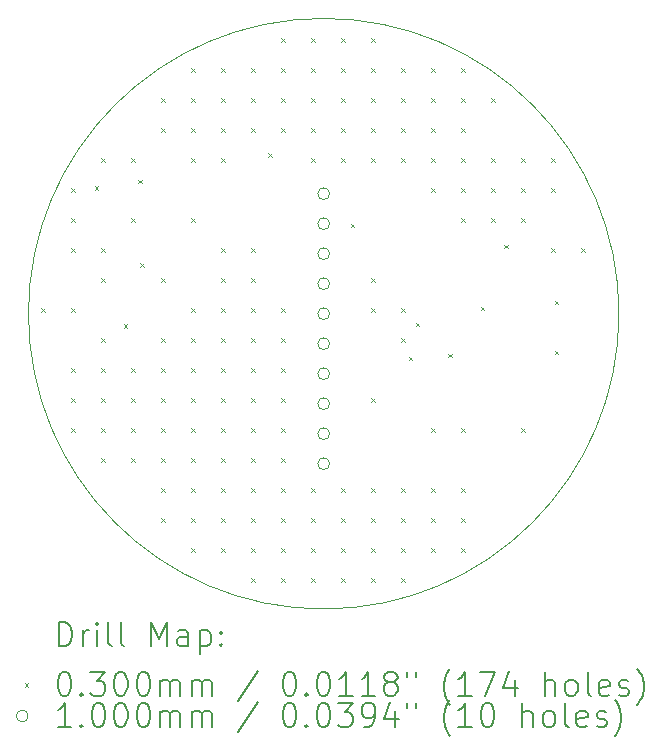
<source format=gbr>
%TF.GenerationSoftware,KiCad,Pcbnew,8.0.1*%
%TF.CreationDate,2024-06-09T19:36:17+05:00*%
%TF.ProjectId,bno85,626e6f38-352e-46b6-9963-61645f706362,rev?*%
%TF.SameCoordinates,Original*%
%TF.FileFunction,Drillmap*%
%TF.FilePolarity,Positive*%
%FSLAX45Y45*%
G04 Gerber Fmt 4.5, Leading zero omitted, Abs format (unit mm)*
G04 Created by KiCad (PCBNEW 8.0.1) date 2024-06-09 19:36:17*
%MOMM*%
%LPD*%
G01*
G04 APERTURE LIST*
%ADD10C,0.050000*%
%ADD11C,0.200000*%
%ADD12C,0.100000*%
G04 APERTURE END LIST*
D10*
X23205000Y-9670000D02*
G75*
G02*
X18205000Y-9670000I-2500000J0D01*
G01*
X18205000Y-9670000D02*
G75*
G02*
X23205000Y-9670000I2500000J0D01*
G01*
D11*
D12*
X18314000Y-9625000D02*
X18344000Y-9655000D01*
X18344000Y-9625000D02*
X18314000Y-9655000D01*
X18568000Y-8609000D02*
X18598000Y-8639000D01*
X18598000Y-8609000D02*
X18568000Y-8639000D01*
X18568000Y-8863000D02*
X18598000Y-8893000D01*
X18598000Y-8863000D02*
X18568000Y-8893000D01*
X18568000Y-9117000D02*
X18598000Y-9147000D01*
X18598000Y-9117000D02*
X18568000Y-9147000D01*
X18568000Y-9625000D02*
X18598000Y-9655000D01*
X18598000Y-9625000D02*
X18568000Y-9655000D01*
X18568000Y-10133000D02*
X18598000Y-10163000D01*
X18598000Y-10133000D02*
X18568000Y-10163000D01*
X18568000Y-10387000D02*
X18598000Y-10417000D01*
X18598000Y-10387000D02*
X18568000Y-10417000D01*
X18568000Y-10641000D02*
X18598000Y-10671000D01*
X18598000Y-10641000D02*
X18568000Y-10671000D01*
X18765000Y-8592500D02*
X18795000Y-8622500D01*
X18795000Y-8592500D02*
X18765000Y-8622500D01*
X18822000Y-8355000D02*
X18852000Y-8385000D01*
X18852000Y-8355000D02*
X18822000Y-8385000D01*
X18822000Y-9117000D02*
X18852000Y-9147000D01*
X18852000Y-9117000D02*
X18822000Y-9147000D01*
X18822000Y-9371000D02*
X18852000Y-9401000D01*
X18852000Y-9371000D02*
X18822000Y-9401000D01*
X18822000Y-9879000D02*
X18852000Y-9909000D01*
X18852000Y-9879000D02*
X18822000Y-9909000D01*
X18822000Y-10133000D02*
X18852000Y-10163000D01*
X18852000Y-10133000D02*
X18822000Y-10163000D01*
X18822000Y-10387000D02*
X18852000Y-10417000D01*
X18852000Y-10387000D02*
X18822000Y-10417000D01*
X18822000Y-10641000D02*
X18852000Y-10671000D01*
X18852000Y-10641000D02*
X18822000Y-10671000D01*
X18822000Y-10895000D02*
X18852000Y-10925000D01*
X18852000Y-10895000D02*
X18822000Y-10925000D01*
X19010000Y-9760000D02*
X19040000Y-9790000D01*
X19040000Y-9760000D02*
X19010000Y-9790000D01*
X19076000Y-8355000D02*
X19106000Y-8385000D01*
X19106000Y-8355000D02*
X19076000Y-8385000D01*
X19076000Y-8863000D02*
X19106000Y-8893000D01*
X19106000Y-8863000D02*
X19076000Y-8893000D01*
X19076000Y-10133000D02*
X19106000Y-10163000D01*
X19106000Y-10133000D02*
X19076000Y-10163000D01*
X19076000Y-10387000D02*
X19106000Y-10417000D01*
X19106000Y-10387000D02*
X19076000Y-10417000D01*
X19076000Y-10641000D02*
X19106000Y-10671000D01*
X19106000Y-10641000D02*
X19076000Y-10671000D01*
X19076000Y-10895000D02*
X19106000Y-10925000D01*
X19106000Y-10895000D02*
X19076000Y-10925000D01*
X19135000Y-8535000D02*
X19165000Y-8565000D01*
X19165000Y-8535000D02*
X19135000Y-8565000D01*
X19150000Y-9245000D02*
X19180000Y-9275000D01*
X19180000Y-9245000D02*
X19150000Y-9275000D01*
X19330000Y-7847000D02*
X19360000Y-7877000D01*
X19360000Y-7847000D02*
X19330000Y-7877000D01*
X19330000Y-8101000D02*
X19360000Y-8131000D01*
X19360000Y-8101000D02*
X19330000Y-8131000D01*
X19330000Y-9371000D02*
X19360000Y-9401000D01*
X19360000Y-9371000D02*
X19330000Y-9401000D01*
X19330000Y-9879000D02*
X19360000Y-9909000D01*
X19360000Y-9879000D02*
X19330000Y-9909000D01*
X19330000Y-10133000D02*
X19360000Y-10163000D01*
X19360000Y-10133000D02*
X19330000Y-10163000D01*
X19330000Y-10387000D02*
X19360000Y-10417000D01*
X19360000Y-10387000D02*
X19330000Y-10417000D01*
X19330000Y-10641000D02*
X19360000Y-10671000D01*
X19360000Y-10641000D02*
X19330000Y-10671000D01*
X19330000Y-10895000D02*
X19360000Y-10925000D01*
X19360000Y-10895000D02*
X19330000Y-10925000D01*
X19330000Y-11149000D02*
X19360000Y-11179000D01*
X19360000Y-11149000D02*
X19330000Y-11179000D01*
X19330000Y-11403000D02*
X19360000Y-11433000D01*
X19360000Y-11403000D02*
X19330000Y-11433000D01*
X19584000Y-7593000D02*
X19614000Y-7623000D01*
X19614000Y-7593000D02*
X19584000Y-7623000D01*
X19584000Y-7847000D02*
X19614000Y-7877000D01*
X19614000Y-7847000D02*
X19584000Y-7877000D01*
X19584000Y-8101000D02*
X19614000Y-8131000D01*
X19614000Y-8101000D02*
X19584000Y-8131000D01*
X19584000Y-8355000D02*
X19614000Y-8385000D01*
X19614000Y-8355000D02*
X19584000Y-8385000D01*
X19584000Y-8863000D02*
X19614000Y-8893000D01*
X19614000Y-8863000D02*
X19584000Y-8893000D01*
X19584000Y-9625000D02*
X19614000Y-9655000D01*
X19614000Y-9625000D02*
X19584000Y-9655000D01*
X19584000Y-9879000D02*
X19614000Y-9909000D01*
X19614000Y-9879000D02*
X19584000Y-9909000D01*
X19584000Y-10133000D02*
X19614000Y-10163000D01*
X19614000Y-10133000D02*
X19584000Y-10163000D01*
X19584000Y-10387000D02*
X19614000Y-10417000D01*
X19614000Y-10387000D02*
X19584000Y-10417000D01*
X19584000Y-10641000D02*
X19614000Y-10671000D01*
X19614000Y-10641000D02*
X19584000Y-10671000D01*
X19584000Y-10895000D02*
X19614000Y-10925000D01*
X19614000Y-10895000D02*
X19584000Y-10925000D01*
X19584000Y-11149000D02*
X19614000Y-11179000D01*
X19614000Y-11149000D02*
X19584000Y-11179000D01*
X19584000Y-11403000D02*
X19614000Y-11433000D01*
X19614000Y-11403000D02*
X19584000Y-11433000D01*
X19584000Y-11657000D02*
X19614000Y-11687000D01*
X19614000Y-11657000D02*
X19584000Y-11687000D01*
X19838000Y-7593000D02*
X19868000Y-7623000D01*
X19868000Y-7593000D02*
X19838000Y-7623000D01*
X19838000Y-7847000D02*
X19868000Y-7877000D01*
X19868000Y-7847000D02*
X19838000Y-7877000D01*
X19838000Y-8101000D02*
X19868000Y-8131000D01*
X19868000Y-8101000D02*
X19838000Y-8131000D01*
X19838000Y-8355000D02*
X19868000Y-8385000D01*
X19868000Y-8355000D02*
X19838000Y-8385000D01*
X19838000Y-9117000D02*
X19868000Y-9147000D01*
X19868000Y-9117000D02*
X19838000Y-9147000D01*
X19838000Y-9371000D02*
X19868000Y-9401000D01*
X19868000Y-9371000D02*
X19838000Y-9401000D01*
X19838000Y-9625000D02*
X19868000Y-9655000D01*
X19868000Y-9625000D02*
X19838000Y-9655000D01*
X19838000Y-9879000D02*
X19868000Y-9909000D01*
X19868000Y-9879000D02*
X19838000Y-9909000D01*
X19838000Y-10133000D02*
X19868000Y-10163000D01*
X19868000Y-10133000D02*
X19838000Y-10163000D01*
X19838000Y-10387000D02*
X19868000Y-10417000D01*
X19868000Y-10387000D02*
X19838000Y-10417000D01*
X19838000Y-10641000D02*
X19868000Y-10671000D01*
X19868000Y-10641000D02*
X19838000Y-10671000D01*
X19838000Y-10895000D02*
X19868000Y-10925000D01*
X19868000Y-10895000D02*
X19838000Y-10925000D01*
X19838000Y-11149000D02*
X19868000Y-11179000D01*
X19868000Y-11149000D02*
X19838000Y-11179000D01*
X19838000Y-11403000D02*
X19868000Y-11433000D01*
X19868000Y-11403000D02*
X19838000Y-11433000D01*
X19838000Y-11657000D02*
X19868000Y-11687000D01*
X19868000Y-11657000D02*
X19838000Y-11687000D01*
X20092000Y-7593000D02*
X20122000Y-7623000D01*
X20122000Y-7593000D02*
X20092000Y-7623000D01*
X20092000Y-7847000D02*
X20122000Y-7877000D01*
X20122000Y-7847000D02*
X20092000Y-7877000D01*
X20092000Y-8101000D02*
X20122000Y-8131000D01*
X20122000Y-8101000D02*
X20092000Y-8131000D01*
X20092000Y-9117000D02*
X20122000Y-9147000D01*
X20122000Y-9117000D02*
X20092000Y-9147000D01*
X20092000Y-9371000D02*
X20122000Y-9401000D01*
X20122000Y-9371000D02*
X20092000Y-9401000D01*
X20092000Y-9625000D02*
X20122000Y-9655000D01*
X20122000Y-9625000D02*
X20092000Y-9655000D01*
X20092000Y-9879000D02*
X20122000Y-9909000D01*
X20122000Y-9879000D02*
X20092000Y-9909000D01*
X20092000Y-10133000D02*
X20122000Y-10163000D01*
X20122000Y-10133000D02*
X20092000Y-10163000D01*
X20092000Y-10387000D02*
X20122000Y-10417000D01*
X20122000Y-10387000D02*
X20092000Y-10417000D01*
X20092000Y-10641000D02*
X20122000Y-10671000D01*
X20122000Y-10641000D02*
X20092000Y-10671000D01*
X20092000Y-10895000D02*
X20122000Y-10925000D01*
X20122000Y-10895000D02*
X20092000Y-10925000D01*
X20092000Y-11149000D02*
X20122000Y-11179000D01*
X20122000Y-11149000D02*
X20092000Y-11179000D01*
X20092000Y-11403000D02*
X20122000Y-11433000D01*
X20122000Y-11403000D02*
X20092000Y-11433000D01*
X20092000Y-11657000D02*
X20122000Y-11687000D01*
X20122000Y-11657000D02*
X20092000Y-11687000D01*
X20092000Y-11911000D02*
X20122000Y-11941000D01*
X20122000Y-11911000D02*
X20092000Y-11941000D01*
X20235000Y-8310000D02*
X20265000Y-8340000D01*
X20265000Y-8310000D02*
X20235000Y-8340000D01*
X20346000Y-7339000D02*
X20376000Y-7369000D01*
X20376000Y-7339000D02*
X20346000Y-7369000D01*
X20346000Y-7593000D02*
X20376000Y-7623000D01*
X20376000Y-7593000D02*
X20346000Y-7623000D01*
X20346000Y-7847000D02*
X20376000Y-7877000D01*
X20376000Y-7847000D02*
X20346000Y-7877000D01*
X20346000Y-8101000D02*
X20376000Y-8131000D01*
X20376000Y-8101000D02*
X20346000Y-8131000D01*
X20346000Y-9625000D02*
X20376000Y-9655000D01*
X20376000Y-9625000D02*
X20346000Y-9655000D01*
X20346000Y-9879000D02*
X20376000Y-9909000D01*
X20376000Y-9879000D02*
X20346000Y-9909000D01*
X20346000Y-10133000D02*
X20376000Y-10163000D01*
X20376000Y-10133000D02*
X20346000Y-10163000D01*
X20346000Y-10387000D02*
X20376000Y-10417000D01*
X20376000Y-10387000D02*
X20346000Y-10417000D01*
X20346000Y-10641000D02*
X20376000Y-10671000D01*
X20376000Y-10641000D02*
X20346000Y-10671000D01*
X20346000Y-10895000D02*
X20376000Y-10925000D01*
X20376000Y-10895000D02*
X20346000Y-10925000D01*
X20346000Y-11149000D02*
X20376000Y-11179000D01*
X20376000Y-11149000D02*
X20346000Y-11179000D01*
X20346000Y-11403000D02*
X20376000Y-11433000D01*
X20376000Y-11403000D02*
X20346000Y-11433000D01*
X20346000Y-11657000D02*
X20376000Y-11687000D01*
X20376000Y-11657000D02*
X20346000Y-11687000D01*
X20346000Y-11911000D02*
X20376000Y-11941000D01*
X20376000Y-11911000D02*
X20346000Y-11941000D01*
X20600000Y-7339000D02*
X20630000Y-7369000D01*
X20630000Y-7339000D02*
X20600000Y-7369000D01*
X20600000Y-7593000D02*
X20630000Y-7623000D01*
X20630000Y-7593000D02*
X20600000Y-7623000D01*
X20600000Y-7847000D02*
X20630000Y-7877000D01*
X20630000Y-7847000D02*
X20600000Y-7877000D01*
X20600000Y-8101000D02*
X20630000Y-8131000D01*
X20630000Y-8101000D02*
X20600000Y-8131000D01*
X20600000Y-8355000D02*
X20630000Y-8385000D01*
X20630000Y-8355000D02*
X20600000Y-8385000D01*
X20600000Y-11149000D02*
X20630000Y-11179000D01*
X20630000Y-11149000D02*
X20600000Y-11179000D01*
X20600000Y-11403000D02*
X20630000Y-11433000D01*
X20630000Y-11403000D02*
X20600000Y-11433000D01*
X20600000Y-11657000D02*
X20630000Y-11687000D01*
X20630000Y-11657000D02*
X20600000Y-11687000D01*
X20600000Y-11911000D02*
X20630000Y-11941000D01*
X20630000Y-11911000D02*
X20600000Y-11941000D01*
X20854000Y-7339000D02*
X20884000Y-7369000D01*
X20884000Y-7339000D02*
X20854000Y-7369000D01*
X20854000Y-7593000D02*
X20884000Y-7623000D01*
X20884000Y-7593000D02*
X20854000Y-7623000D01*
X20854000Y-7847000D02*
X20884000Y-7877000D01*
X20884000Y-7847000D02*
X20854000Y-7877000D01*
X20854000Y-8101000D02*
X20884000Y-8131000D01*
X20884000Y-8101000D02*
X20854000Y-8131000D01*
X20854000Y-8355000D02*
X20884000Y-8385000D01*
X20884000Y-8355000D02*
X20854000Y-8385000D01*
X20854000Y-11149000D02*
X20884000Y-11179000D01*
X20884000Y-11149000D02*
X20854000Y-11179000D01*
X20854000Y-11403000D02*
X20884000Y-11433000D01*
X20884000Y-11403000D02*
X20854000Y-11433000D01*
X20854000Y-11657000D02*
X20884000Y-11687000D01*
X20884000Y-11657000D02*
X20854000Y-11687000D01*
X20854000Y-11911000D02*
X20884000Y-11941000D01*
X20884000Y-11911000D02*
X20854000Y-11941000D01*
X20935000Y-8910000D02*
X20965000Y-8940000D01*
X20965000Y-8910000D02*
X20935000Y-8940000D01*
X21108000Y-7339000D02*
X21138000Y-7369000D01*
X21138000Y-7339000D02*
X21108000Y-7369000D01*
X21108000Y-7593000D02*
X21138000Y-7623000D01*
X21138000Y-7593000D02*
X21108000Y-7623000D01*
X21108000Y-7847000D02*
X21138000Y-7877000D01*
X21138000Y-7847000D02*
X21108000Y-7877000D01*
X21108000Y-8101000D02*
X21138000Y-8131000D01*
X21138000Y-8101000D02*
X21108000Y-8131000D01*
X21108000Y-8355000D02*
X21138000Y-8385000D01*
X21138000Y-8355000D02*
X21108000Y-8385000D01*
X21108000Y-9371000D02*
X21138000Y-9401000D01*
X21138000Y-9371000D02*
X21108000Y-9401000D01*
X21108000Y-9625000D02*
X21138000Y-9655000D01*
X21138000Y-9625000D02*
X21108000Y-9655000D01*
X21108000Y-10387000D02*
X21138000Y-10417000D01*
X21138000Y-10387000D02*
X21108000Y-10417000D01*
X21108000Y-11149000D02*
X21138000Y-11179000D01*
X21138000Y-11149000D02*
X21108000Y-11179000D01*
X21108000Y-11403000D02*
X21138000Y-11433000D01*
X21138000Y-11403000D02*
X21108000Y-11433000D01*
X21108000Y-11657000D02*
X21138000Y-11687000D01*
X21138000Y-11657000D02*
X21108000Y-11687000D01*
X21108000Y-11911000D02*
X21138000Y-11941000D01*
X21138000Y-11911000D02*
X21108000Y-11941000D01*
X21362000Y-7593000D02*
X21392000Y-7623000D01*
X21392000Y-7593000D02*
X21362000Y-7623000D01*
X21362000Y-7847000D02*
X21392000Y-7877000D01*
X21392000Y-7847000D02*
X21362000Y-7877000D01*
X21362000Y-8101000D02*
X21392000Y-8131000D01*
X21392000Y-8101000D02*
X21362000Y-8131000D01*
X21362000Y-8355000D02*
X21392000Y-8385000D01*
X21392000Y-8355000D02*
X21362000Y-8385000D01*
X21362000Y-9625000D02*
X21392000Y-9655000D01*
X21392000Y-9625000D02*
X21362000Y-9655000D01*
X21362000Y-9879000D02*
X21392000Y-9909000D01*
X21392000Y-9879000D02*
X21362000Y-9909000D01*
X21362000Y-11149000D02*
X21392000Y-11179000D01*
X21392000Y-11149000D02*
X21362000Y-11179000D01*
X21362000Y-11403000D02*
X21392000Y-11433000D01*
X21392000Y-11403000D02*
X21362000Y-11433000D01*
X21362000Y-11657000D02*
X21392000Y-11687000D01*
X21392000Y-11657000D02*
X21362000Y-11687000D01*
X21362000Y-11911000D02*
X21392000Y-11941000D01*
X21392000Y-11911000D02*
X21362000Y-11941000D01*
X21425000Y-10035000D02*
X21455000Y-10065000D01*
X21455000Y-10035000D02*
X21425000Y-10065000D01*
X21485000Y-9745000D02*
X21515000Y-9775000D01*
X21515000Y-9745000D02*
X21485000Y-9775000D01*
X21616000Y-7593000D02*
X21646000Y-7623000D01*
X21646000Y-7593000D02*
X21616000Y-7623000D01*
X21616000Y-7847000D02*
X21646000Y-7877000D01*
X21646000Y-7847000D02*
X21616000Y-7877000D01*
X21616000Y-8101000D02*
X21646000Y-8131000D01*
X21646000Y-8101000D02*
X21616000Y-8131000D01*
X21616000Y-8355000D02*
X21646000Y-8385000D01*
X21646000Y-8355000D02*
X21616000Y-8385000D01*
X21616000Y-8609000D02*
X21646000Y-8639000D01*
X21646000Y-8609000D02*
X21616000Y-8639000D01*
X21616000Y-10641000D02*
X21646000Y-10671000D01*
X21646000Y-10641000D02*
X21616000Y-10671000D01*
X21616000Y-11149000D02*
X21646000Y-11179000D01*
X21646000Y-11149000D02*
X21616000Y-11179000D01*
X21616000Y-11403000D02*
X21646000Y-11433000D01*
X21646000Y-11403000D02*
X21616000Y-11433000D01*
X21616000Y-11657000D02*
X21646000Y-11687000D01*
X21646000Y-11657000D02*
X21616000Y-11687000D01*
X21760000Y-10010000D02*
X21790000Y-10040000D01*
X21790000Y-10010000D02*
X21760000Y-10040000D01*
X21870000Y-7593000D02*
X21900000Y-7623000D01*
X21900000Y-7593000D02*
X21870000Y-7623000D01*
X21870000Y-7847000D02*
X21900000Y-7877000D01*
X21900000Y-7847000D02*
X21870000Y-7877000D01*
X21870000Y-8101000D02*
X21900000Y-8131000D01*
X21900000Y-8101000D02*
X21870000Y-8131000D01*
X21870000Y-8355000D02*
X21900000Y-8385000D01*
X21900000Y-8355000D02*
X21870000Y-8385000D01*
X21870000Y-8609000D02*
X21900000Y-8639000D01*
X21900000Y-8609000D02*
X21870000Y-8639000D01*
X21870000Y-8863000D02*
X21900000Y-8893000D01*
X21900000Y-8863000D02*
X21870000Y-8893000D01*
X21870000Y-10641000D02*
X21900000Y-10671000D01*
X21900000Y-10641000D02*
X21870000Y-10671000D01*
X21870000Y-11149000D02*
X21900000Y-11179000D01*
X21900000Y-11149000D02*
X21870000Y-11179000D01*
X21870000Y-11403000D02*
X21900000Y-11433000D01*
X21900000Y-11403000D02*
X21870000Y-11433000D01*
X21870000Y-11657000D02*
X21900000Y-11687000D01*
X21900000Y-11657000D02*
X21870000Y-11687000D01*
X22034395Y-9610757D02*
X22064395Y-9640757D01*
X22064395Y-9610757D02*
X22034395Y-9640757D01*
X22124000Y-7847000D02*
X22154000Y-7877000D01*
X22154000Y-7847000D02*
X22124000Y-7877000D01*
X22124000Y-8355000D02*
X22154000Y-8385000D01*
X22154000Y-8355000D02*
X22124000Y-8385000D01*
X22124000Y-8609000D02*
X22154000Y-8639000D01*
X22154000Y-8609000D02*
X22124000Y-8639000D01*
X22124000Y-8863000D02*
X22154000Y-8893000D01*
X22154000Y-8863000D02*
X22124000Y-8893000D01*
X22235000Y-9085000D02*
X22265000Y-9115000D01*
X22265000Y-9085000D02*
X22235000Y-9115000D01*
X22378000Y-8355000D02*
X22408000Y-8385000D01*
X22408000Y-8355000D02*
X22378000Y-8385000D01*
X22378000Y-8609000D02*
X22408000Y-8639000D01*
X22408000Y-8609000D02*
X22378000Y-8639000D01*
X22378000Y-8863000D02*
X22408000Y-8893000D01*
X22408000Y-8863000D02*
X22378000Y-8893000D01*
X22378000Y-10641000D02*
X22408000Y-10671000D01*
X22408000Y-10641000D02*
X22378000Y-10671000D01*
X22632000Y-8355000D02*
X22662000Y-8385000D01*
X22662000Y-8355000D02*
X22632000Y-8385000D01*
X22632000Y-8609000D02*
X22662000Y-8639000D01*
X22662000Y-8609000D02*
X22632000Y-8639000D01*
X22632000Y-9117000D02*
X22662000Y-9147000D01*
X22662000Y-9117000D02*
X22632000Y-9147000D01*
X22660000Y-9560000D02*
X22690000Y-9590000D01*
X22690000Y-9560000D02*
X22660000Y-9590000D01*
X22660000Y-9985000D02*
X22690000Y-10015000D01*
X22690000Y-9985000D02*
X22660000Y-10015000D01*
X22886000Y-9117000D02*
X22916000Y-9147000D01*
X22916000Y-9117000D02*
X22886000Y-9147000D01*
X20755000Y-8654000D02*
G75*
G02*
X20655000Y-8654000I-50000J0D01*
G01*
X20655000Y-8654000D02*
G75*
G02*
X20755000Y-8654000I50000J0D01*
G01*
X20755000Y-8908000D02*
G75*
G02*
X20655000Y-8908000I-50000J0D01*
G01*
X20655000Y-8908000D02*
G75*
G02*
X20755000Y-8908000I50000J0D01*
G01*
X20755000Y-9162000D02*
G75*
G02*
X20655000Y-9162000I-50000J0D01*
G01*
X20655000Y-9162000D02*
G75*
G02*
X20755000Y-9162000I50000J0D01*
G01*
X20755000Y-9416000D02*
G75*
G02*
X20655000Y-9416000I-50000J0D01*
G01*
X20655000Y-9416000D02*
G75*
G02*
X20755000Y-9416000I50000J0D01*
G01*
X20755000Y-9670000D02*
G75*
G02*
X20655000Y-9670000I-50000J0D01*
G01*
X20655000Y-9670000D02*
G75*
G02*
X20755000Y-9670000I50000J0D01*
G01*
X20755000Y-9924000D02*
G75*
G02*
X20655000Y-9924000I-50000J0D01*
G01*
X20655000Y-9924000D02*
G75*
G02*
X20755000Y-9924000I50000J0D01*
G01*
X20755000Y-10178000D02*
G75*
G02*
X20655000Y-10178000I-50000J0D01*
G01*
X20655000Y-10178000D02*
G75*
G02*
X20755000Y-10178000I50000J0D01*
G01*
X20755000Y-10432000D02*
G75*
G02*
X20655000Y-10432000I-50000J0D01*
G01*
X20655000Y-10432000D02*
G75*
G02*
X20755000Y-10432000I50000J0D01*
G01*
X20755000Y-10686000D02*
G75*
G02*
X20655000Y-10686000I-50000J0D01*
G01*
X20655000Y-10686000D02*
G75*
G02*
X20755000Y-10686000I50000J0D01*
G01*
X20755000Y-10940000D02*
G75*
G02*
X20655000Y-10940000I-50000J0D01*
G01*
X20655000Y-10940000D02*
G75*
G02*
X20755000Y-10940000I50000J0D01*
G01*
D11*
X18463277Y-12483984D02*
X18463277Y-12283984D01*
X18463277Y-12283984D02*
X18510896Y-12283984D01*
X18510896Y-12283984D02*
X18539467Y-12293508D01*
X18539467Y-12293508D02*
X18558515Y-12312555D01*
X18558515Y-12312555D02*
X18568039Y-12331603D01*
X18568039Y-12331603D02*
X18577563Y-12369698D01*
X18577563Y-12369698D02*
X18577563Y-12398269D01*
X18577563Y-12398269D02*
X18568039Y-12436365D01*
X18568039Y-12436365D02*
X18558515Y-12455412D01*
X18558515Y-12455412D02*
X18539467Y-12474460D01*
X18539467Y-12474460D02*
X18510896Y-12483984D01*
X18510896Y-12483984D02*
X18463277Y-12483984D01*
X18663277Y-12483984D02*
X18663277Y-12350650D01*
X18663277Y-12388746D02*
X18672801Y-12369698D01*
X18672801Y-12369698D02*
X18682324Y-12360174D01*
X18682324Y-12360174D02*
X18701372Y-12350650D01*
X18701372Y-12350650D02*
X18720420Y-12350650D01*
X18787086Y-12483984D02*
X18787086Y-12350650D01*
X18787086Y-12283984D02*
X18777563Y-12293508D01*
X18777563Y-12293508D02*
X18787086Y-12303031D01*
X18787086Y-12303031D02*
X18796610Y-12293508D01*
X18796610Y-12293508D02*
X18787086Y-12283984D01*
X18787086Y-12283984D02*
X18787086Y-12303031D01*
X18910896Y-12483984D02*
X18891848Y-12474460D01*
X18891848Y-12474460D02*
X18882324Y-12455412D01*
X18882324Y-12455412D02*
X18882324Y-12283984D01*
X19015658Y-12483984D02*
X18996610Y-12474460D01*
X18996610Y-12474460D02*
X18987086Y-12455412D01*
X18987086Y-12455412D02*
X18987086Y-12283984D01*
X19244229Y-12483984D02*
X19244229Y-12283984D01*
X19244229Y-12283984D02*
X19310896Y-12426841D01*
X19310896Y-12426841D02*
X19377563Y-12283984D01*
X19377563Y-12283984D02*
X19377563Y-12483984D01*
X19558515Y-12483984D02*
X19558515Y-12379222D01*
X19558515Y-12379222D02*
X19548991Y-12360174D01*
X19548991Y-12360174D02*
X19529944Y-12350650D01*
X19529944Y-12350650D02*
X19491848Y-12350650D01*
X19491848Y-12350650D02*
X19472801Y-12360174D01*
X19558515Y-12474460D02*
X19539467Y-12483984D01*
X19539467Y-12483984D02*
X19491848Y-12483984D01*
X19491848Y-12483984D02*
X19472801Y-12474460D01*
X19472801Y-12474460D02*
X19463277Y-12455412D01*
X19463277Y-12455412D02*
X19463277Y-12436365D01*
X19463277Y-12436365D02*
X19472801Y-12417317D01*
X19472801Y-12417317D02*
X19491848Y-12407793D01*
X19491848Y-12407793D02*
X19539467Y-12407793D01*
X19539467Y-12407793D02*
X19558515Y-12398269D01*
X19653753Y-12350650D02*
X19653753Y-12550650D01*
X19653753Y-12360174D02*
X19672801Y-12350650D01*
X19672801Y-12350650D02*
X19710896Y-12350650D01*
X19710896Y-12350650D02*
X19729944Y-12360174D01*
X19729944Y-12360174D02*
X19739467Y-12369698D01*
X19739467Y-12369698D02*
X19748991Y-12388746D01*
X19748991Y-12388746D02*
X19748991Y-12445888D01*
X19748991Y-12445888D02*
X19739467Y-12464936D01*
X19739467Y-12464936D02*
X19729944Y-12474460D01*
X19729944Y-12474460D02*
X19710896Y-12483984D01*
X19710896Y-12483984D02*
X19672801Y-12483984D01*
X19672801Y-12483984D02*
X19653753Y-12474460D01*
X19834705Y-12464936D02*
X19844229Y-12474460D01*
X19844229Y-12474460D02*
X19834705Y-12483984D01*
X19834705Y-12483984D02*
X19825182Y-12474460D01*
X19825182Y-12474460D02*
X19834705Y-12464936D01*
X19834705Y-12464936D02*
X19834705Y-12483984D01*
X19834705Y-12360174D02*
X19844229Y-12369698D01*
X19844229Y-12369698D02*
X19834705Y-12379222D01*
X19834705Y-12379222D02*
X19825182Y-12369698D01*
X19825182Y-12369698D02*
X19834705Y-12360174D01*
X19834705Y-12360174D02*
X19834705Y-12379222D01*
D12*
X18172500Y-12797500D02*
X18202500Y-12827500D01*
X18202500Y-12797500D02*
X18172500Y-12827500D01*
D11*
X18501372Y-12703984D02*
X18520420Y-12703984D01*
X18520420Y-12703984D02*
X18539467Y-12713508D01*
X18539467Y-12713508D02*
X18548991Y-12723031D01*
X18548991Y-12723031D02*
X18558515Y-12742079D01*
X18558515Y-12742079D02*
X18568039Y-12780174D01*
X18568039Y-12780174D02*
X18568039Y-12827793D01*
X18568039Y-12827793D02*
X18558515Y-12865888D01*
X18558515Y-12865888D02*
X18548991Y-12884936D01*
X18548991Y-12884936D02*
X18539467Y-12894460D01*
X18539467Y-12894460D02*
X18520420Y-12903984D01*
X18520420Y-12903984D02*
X18501372Y-12903984D01*
X18501372Y-12903984D02*
X18482324Y-12894460D01*
X18482324Y-12894460D02*
X18472801Y-12884936D01*
X18472801Y-12884936D02*
X18463277Y-12865888D01*
X18463277Y-12865888D02*
X18453753Y-12827793D01*
X18453753Y-12827793D02*
X18453753Y-12780174D01*
X18453753Y-12780174D02*
X18463277Y-12742079D01*
X18463277Y-12742079D02*
X18472801Y-12723031D01*
X18472801Y-12723031D02*
X18482324Y-12713508D01*
X18482324Y-12713508D02*
X18501372Y-12703984D01*
X18653753Y-12884936D02*
X18663277Y-12894460D01*
X18663277Y-12894460D02*
X18653753Y-12903984D01*
X18653753Y-12903984D02*
X18644229Y-12894460D01*
X18644229Y-12894460D02*
X18653753Y-12884936D01*
X18653753Y-12884936D02*
X18653753Y-12903984D01*
X18729944Y-12703984D02*
X18853753Y-12703984D01*
X18853753Y-12703984D02*
X18787086Y-12780174D01*
X18787086Y-12780174D02*
X18815658Y-12780174D01*
X18815658Y-12780174D02*
X18834705Y-12789698D01*
X18834705Y-12789698D02*
X18844229Y-12799222D01*
X18844229Y-12799222D02*
X18853753Y-12818269D01*
X18853753Y-12818269D02*
X18853753Y-12865888D01*
X18853753Y-12865888D02*
X18844229Y-12884936D01*
X18844229Y-12884936D02*
X18834705Y-12894460D01*
X18834705Y-12894460D02*
X18815658Y-12903984D01*
X18815658Y-12903984D02*
X18758515Y-12903984D01*
X18758515Y-12903984D02*
X18739467Y-12894460D01*
X18739467Y-12894460D02*
X18729944Y-12884936D01*
X18977563Y-12703984D02*
X18996610Y-12703984D01*
X18996610Y-12703984D02*
X19015658Y-12713508D01*
X19015658Y-12713508D02*
X19025182Y-12723031D01*
X19025182Y-12723031D02*
X19034705Y-12742079D01*
X19034705Y-12742079D02*
X19044229Y-12780174D01*
X19044229Y-12780174D02*
X19044229Y-12827793D01*
X19044229Y-12827793D02*
X19034705Y-12865888D01*
X19034705Y-12865888D02*
X19025182Y-12884936D01*
X19025182Y-12884936D02*
X19015658Y-12894460D01*
X19015658Y-12894460D02*
X18996610Y-12903984D01*
X18996610Y-12903984D02*
X18977563Y-12903984D01*
X18977563Y-12903984D02*
X18958515Y-12894460D01*
X18958515Y-12894460D02*
X18948991Y-12884936D01*
X18948991Y-12884936D02*
X18939467Y-12865888D01*
X18939467Y-12865888D02*
X18929944Y-12827793D01*
X18929944Y-12827793D02*
X18929944Y-12780174D01*
X18929944Y-12780174D02*
X18939467Y-12742079D01*
X18939467Y-12742079D02*
X18948991Y-12723031D01*
X18948991Y-12723031D02*
X18958515Y-12713508D01*
X18958515Y-12713508D02*
X18977563Y-12703984D01*
X19168039Y-12703984D02*
X19187086Y-12703984D01*
X19187086Y-12703984D02*
X19206134Y-12713508D01*
X19206134Y-12713508D02*
X19215658Y-12723031D01*
X19215658Y-12723031D02*
X19225182Y-12742079D01*
X19225182Y-12742079D02*
X19234705Y-12780174D01*
X19234705Y-12780174D02*
X19234705Y-12827793D01*
X19234705Y-12827793D02*
X19225182Y-12865888D01*
X19225182Y-12865888D02*
X19215658Y-12884936D01*
X19215658Y-12884936D02*
X19206134Y-12894460D01*
X19206134Y-12894460D02*
X19187086Y-12903984D01*
X19187086Y-12903984D02*
X19168039Y-12903984D01*
X19168039Y-12903984D02*
X19148991Y-12894460D01*
X19148991Y-12894460D02*
X19139467Y-12884936D01*
X19139467Y-12884936D02*
X19129944Y-12865888D01*
X19129944Y-12865888D02*
X19120420Y-12827793D01*
X19120420Y-12827793D02*
X19120420Y-12780174D01*
X19120420Y-12780174D02*
X19129944Y-12742079D01*
X19129944Y-12742079D02*
X19139467Y-12723031D01*
X19139467Y-12723031D02*
X19148991Y-12713508D01*
X19148991Y-12713508D02*
X19168039Y-12703984D01*
X19320420Y-12903984D02*
X19320420Y-12770650D01*
X19320420Y-12789698D02*
X19329944Y-12780174D01*
X19329944Y-12780174D02*
X19348991Y-12770650D01*
X19348991Y-12770650D02*
X19377563Y-12770650D01*
X19377563Y-12770650D02*
X19396610Y-12780174D01*
X19396610Y-12780174D02*
X19406134Y-12799222D01*
X19406134Y-12799222D02*
X19406134Y-12903984D01*
X19406134Y-12799222D02*
X19415658Y-12780174D01*
X19415658Y-12780174D02*
X19434705Y-12770650D01*
X19434705Y-12770650D02*
X19463277Y-12770650D01*
X19463277Y-12770650D02*
X19482325Y-12780174D01*
X19482325Y-12780174D02*
X19491848Y-12799222D01*
X19491848Y-12799222D02*
X19491848Y-12903984D01*
X19587086Y-12903984D02*
X19587086Y-12770650D01*
X19587086Y-12789698D02*
X19596610Y-12780174D01*
X19596610Y-12780174D02*
X19615658Y-12770650D01*
X19615658Y-12770650D02*
X19644229Y-12770650D01*
X19644229Y-12770650D02*
X19663277Y-12780174D01*
X19663277Y-12780174D02*
X19672801Y-12799222D01*
X19672801Y-12799222D02*
X19672801Y-12903984D01*
X19672801Y-12799222D02*
X19682325Y-12780174D01*
X19682325Y-12780174D02*
X19701372Y-12770650D01*
X19701372Y-12770650D02*
X19729944Y-12770650D01*
X19729944Y-12770650D02*
X19748991Y-12780174D01*
X19748991Y-12780174D02*
X19758515Y-12799222D01*
X19758515Y-12799222D02*
X19758515Y-12903984D01*
X20148991Y-12694460D02*
X19977563Y-12951603D01*
X20406134Y-12703984D02*
X20425182Y-12703984D01*
X20425182Y-12703984D02*
X20444229Y-12713508D01*
X20444229Y-12713508D02*
X20453753Y-12723031D01*
X20453753Y-12723031D02*
X20463277Y-12742079D01*
X20463277Y-12742079D02*
X20472801Y-12780174D01*
X20472801Y-12780174D02*
X20472801Y-12827793D01*
X20472801Y-12827793D02*
X20463277Y-12865888D01*
X20463277Y-12865888D02*
X20453753Y-12884936D01*
X20453753Y-12884936D02*
X20444229Y-12894460D01*
X20444229Y-12894460D02*
X20425182Y-12903984D01*
X20425182Y-12903984D02*
X20406134Y-12903984D01*
X20406134Y-12903984D02*
X20387087Y-12894460D01*
X20387087Y-12894460D02*
X20377563Y-12884936D01*
X20377563Y-12884936D02*
X20368039Y-12865888D01*
X20368039Y-12865888D02*
X20358515Y-12827793D01*
X20358515Y-12827793D02*
X20358515Y-12780174D01*
X20358515Y-12780174D02*
X20368039Y-12742079D01*
X20368039Y-12742079D02*
X20377563Y-12723031D01*
X20377563Y-12723031D02*
X20387087Y-12713508D01*
X20387087Y-12713508D02*
X20406134Y-12703984D01*
X20558515Y-12884936D02*
X20568039Y-12894460D01*
X20568039Y-12894460D02*
X20558515Y-12903984D01*
X20558515Y-12903984D02*
X20548991Y-12894460D01*
X20548991Y-12894460D02*
X20558515Y-12884936D01*
X20558515Y-12884936D02*
X20558515Y-12903984D01*
X20691848Y-12703984D02*
X20710896Y-12703984D01*
X20710896Y-12703984D02*
X20729944Y-12713508D01*
X20729944Y-12713508D02*
X20739468Y-12723031D01*
X20739468Y-12723031D02*
X20748991Y-12742079D01*
X20748991Y-12742079D02*
X20758515Y-12780174D01*
X20758515Y-12780174D02*
X20758515Y-12827793D01*
X20758515Y-12827793D02*
X20748991Y-12865888D01*
X20748991Y-12865888D02*
X20739468Y-12884936D01*
X20739468Y-12884936D02*
X20729944Y-12894460D01*
X20729944Y-12894460D02*
X20710896Y-12903984D01*
X20710896Y-12903984D02*
X20691848Y-12903984D01*
X20691848Y-12903984D02*
X20672801Y-12894460D01*
X20672801Y-12894460D02*
X20663277Y-12884936D01*
X20663277Y-12884936D02*
X20653753Y-12865888D01*
X20653753Y-12865888D02*
X20644229Y-12827793D01*
X20644229Y-12827793D02*
X20644229Y-12780174D01*
X20644229Y-12780174D02*
X20653753Y-12742079D01*
X20653753Y-12742079D02*
X20663277Y-12723031D01*
X20663277Y-12723031D02*
X20672801Y-12713508D01*
X20672801Y-12713508D02*
X20691848Y-12703984D01*
X20948991Y-12903984D02*
X20834706Y-12903984D01*
X20891848Y-12903984D02*
X20891848Y-12703984D01*
X20891848Y-12703984D02*
X20872801Y-12732555D01*
X20872801Y-12732555D02*
X20853753Y-12751603D01*
X20853753Y-12751603D02*
X20834706Y-12761127D01*
X21139468Y-12903984D02*
X21025182Y-12903984D01*
X21082325Y-12903984D02*
X21082325Y-12703984D01*
X21082325Y-12703984D02*
X21063277Y-12732555D01*
X21063277Y-12732555D02*
X21044229Y-12751603D01*
X21044229Y-12751603D02*
X21025182Y-12761127D01*
X21253753Y-12789698D02*
X21234706Y-12780174D01*
X21234706Y-12780174D02*
X21225182Y-12770650D01*
X21225182Y-12770650D02*
X21215658Y-12751603D01*
X21215658Y-12751603D02*
X21215658Y-12742079D01*
X21215658Y-12742079D02*
X21225182Y-12723031D01*
X21225182Y-12723031D02*
X21234706Y-12713508D01*
X21234706Y-12713508D02*
X21253753Y-12703984D01*
X21253753Y-12703984D02*
X21291849Y-12703984D01*
X21291849Y-12703984D02*
X21310896Y-12713508D01*
X21310896Y-12713508D02*
X21320420Y-12723031D01*
X21320420Y-12723031D02*
X21329944Y-12742079D01*
X21329944Y-12742079D02*
X21329944Y-12751603D01*
X21329944Y-12751603D02*
X21320420Y-12770650D01*
X21320420Y-12770650D02*
X21310896Y-12780174D01*
X21310896Y-12780174D02*
X21291849Y-12789698D01*
X21291849Y-12789698D02*
X21253753Y-12789698D01*
X21253753Y-12789698D02*
X21234706Y-12799222D01*
X21234706Y-12799222D02*
X21225182Y-12808746D01*
X21225182Y-12808746D02*
X21215658Y-12827793D01*
X21215658Y-12827793D02*
X21215658Y-12865888D01*
X21215658Y-12865888D02*
X21225182Y-12884936D01*
X21225182Y-12884936D02*
X21234706Y-12894460D01*
X21234706Y-12894460D02*
X21253753Y-12903984D01*
X21253753Y-12903984D02*
X21291849Y-12903984D01*
X21291849Y-12903984D02*
X21310896Y-12894460D01*
X21310896Y-12894460D02*
X21320420Y-12884936D01*
X21320420Y-12884936D02*
X21329944Y-12865888D01*
X21329944Y-12865888D02*
X21329944Y-12827793D01*
X21329944Y-12827793D02*
X21320420Y-12808746D01*
X21320420Y-12808746D02*
X21310896Y-12799222D01*
X21310896Y-12799222D02*
X21291849Y-12789698D01*
X21406134Y-12703984D02*
X21406134Y-12742079D01*
X21482325Y-12703984D02*
X21482325Y-12742079D01*
X21777563Y-12980174D02*
X21768039Y-12970650D01*
X21768039Y-12970650D02*
X21748991Y-12942079D01*
X21748991Y-12942079D02*
X21739468Y-12923031D01*
X21739468Y-12923031D02*
X21729944Y-12894460D01*
X21729944Y-12894460D02*
X21720420Y-12846841D01*
X21720420Y-12846841D02*
X21720420Y-12808746D01*
X21720420Y-12808746D02*
X21729944Y-12761127D01*
X21729944Y-12761127D02*
X21739468Y-12732555D01*
X21739468Y-12732555D02*
X21748991Y-12713508D01*
X21748991Y-12713508D02*
X21768039Y-12684936D01*
X21768039Y-12684936D02*
X21777563Y-12675412D01*
X21958515Y-12903984D02*
X21844230Y-12903984D01*
X21901372Y-12903984D02*
X21901372Y-12703984D01*
X21901372Y-12703984D02*
X21882325Y-12732555D01*
X21882325Y-12732555D02*
X21863277Y-12751603D01*
X21863277Y-12751603D02*
X21844230Y-12761127D01*
X22025182Y-12703984D02*
X22158515Y-12703984D01*
X22158515Y-12703984D02*
X22072801Y-12903984D01*
X22320420Y-12770650D02*
X22320420Y-12903984D01*
X22272801Y-12694460D02*
X22225182Y-12837317D01*
X22225182Y-12837317D02*
X22348991Y-12837317D01*
X22577563Y-12903984D02*
X22577563Y-12703984D01*
X22663277Y-12903984D02*
X22663277Y-12799222D01*
X22663277Y-12799222D02*
X22653753Y-12780174D01*
X22653753Y-12780174D02*
X22634706Y-12770650D01*
X22634706Y-12770650D02*
X22606134Y-12770650D01*
X22606134Y-12770650D02*
X22587087Y-12780174D01*
X22587087Y-12780174D02*
X22577563Y-12789698D01*
X22787087Y-12903984D02*
X22768039Y-12894460D01*
X22768039Y-12894460D02*
X22758515Y-12884936D01*
X22758515Y-12884936D02*
X22748991Y-12865888D01*
X22748991Y-12865888D02*
X22748991Y-12808746D01*
X22748991Y-12808746D02*
X22758515Y-12789698D01*
X22758515Y-12789698D02*
X22768039Y-12780174D01*
X22768039Y-12780174D02*
X22787087Y-12770650D01*
X22787087Y-12770650D02*
X22815658Y-12770650D01*
X22815658Y-12770650D02*
X22834706Y-12780174D01*
X22834706Y-12780174D02*
X22844230Y-12789698D01*
X22844230Y-12789698D02*
X22853753Y-12808746D01*
X22853753Y-12808746D02*
X22853753Y-12865888D01*
X22853753Y-12865888D02*
X22844230Y-12884936D01*
X22844230Y-12884936D02*
X22834706Y-12894460D01*
X22834706Y-12894460D02*
X22815658Y-12903984D01*
X22815658Y-12903984D02*
X22787087Y-12903984D01*
X22968039Y-12903984D02*
X22948991Y-12894460D01*
X22948991Y-12894460D02*
X22939468Y-12875412D01*
X22939468Y-12875412D02*
X22939468Y-12703984D01*
X23120420Y-12894460D02*
X23101372Y-12903984D01*
X23101372Y-12903984D02*
X23063277Y-12903984D01*
X23063277Y-12903984D02*
X23044230Y-12894460D01*
X23044230Y-12894460D02*
X23034706Y-12875412D01*
X23034706Y-12875412D02*
X23034706Y-12799222D01*
X23034706Y-12799222D02*
X23044230Y-12780174D01*
X23044230Y-12780174D02*
X23063277Y-12770650D01*
X23063277Y-12770650D02*
X23101372Y-12770650D01*
X23101372Y-12770650D02*
X23120420Y-12780174D01*
X23120420Y-12780174D02*
X23129944Y-12799222D01*
X23129944Y-12799222D02*
X23129944Y-12818269D01*
X23129944Y-12818269D02*
X23034706Y-12837317D01*
X23206134Y-12894460D02*
X23225182Y-12903984D01*
X23225182Y-12903984D02*
X23263277Y-12903984D01*
X23263277Y-12903984D02*
X23282325Y-12894460D01*
X23282325Y-12894460D02*
X23291849Y-12875412D01*
X23291849Y-12875412D02*
X23291849Y-12865888D01*
X23291849Y-12865888D02*
X23282325Y-12846841D01*
X23282325Y-12846841D02*
X23263277Y-12837317D01*
X23263277Y-12837317D02*
X23234706Y-12837317D01*
X23234706Y-12837317D02*
X23215658Y-12827793D01*
X23215658Y-12827793D02*
X23206134Y-12808746D01*
X23206134Y-12808746D02*
X23206134Y-12799222D01*
X23206134Y-12799222D02*
X23215658Y-12780174D01*
X23215658Y-12780174D02*
X23234706Y-12770650D01*
X23234706Y-12770650D02*
X23263277Y-12770650D01*
X23263277Y-12770650D02*
X23282325Y-12780174D01*
X23358515Y-12980174D02*
X23368039Y-12970650D01*
X23368039Y-12970650D02*
X23387087Y-12942079D01*
X23387087Y-12942079D02*
X23396611Y-12923031D01*
X23396611Y-12923031D02*
X23406134Y-12894460D01*
X23406134Y-12894460D02*
X23415658Y-12846841D01*
X23415658Y-12846841D02*
X23415658Y-12808746D01*
X23415658Y-12808746D02*
X23406134Y-12761127D01*
X23406134Y-12761127D02*
X23396611Y-12732555D01*
X23396611Y-12732555D02*
X23387087Y-12713508D01*
X23387087Y-12713508D02*
X23368039Y-12684936D01*
X23368039Y-12684936D02*
X23358515Y-12675412D01*
D12*
X18202500Y-13076500D02*
G75*
G02*
X18102500Y-13076500I-50000J0D01*
G01*
X18102500Y-13076500D02*
G75*
G02*
X18202500Y-13076500I50000J0D01*
G01*
D11*
X18568039Y-13167984D02*
X18453753Y-13167984D01*
X18510896Y-13167984D02*
X18510896Y-12967984D01*
X18510896Y-12967984D02*
X18491848Y-12996555D01*
X18491848Y-12996555D02*
X18472801Y-13015603D01*
X18472801Y-13015603D02*
X18453753Y-13025127D01*
X18653753Y-13148936D02*
X18663277Y-13158460D01*
X18663277Y-13158460D02*
X18653753Y-13167984D01*
X18653753Y-13167984D02*
X18644229Y-13158460D01*
X18644229Y-13158460D02*
X18653753Y-13148936D01*
X18653753Y-13148936D02*
X18653753Y-13167984D01*
X18787086Y-12967984D02*
X18806134Y-12967984D01*
X18806134Y-12967984D02*
X18825182Y-12977508D01*
X18825182Y-12977508D02*
X18834705Y-12987031D01*
X18834705Y-12987031D02*
X18844229Y-13006079D01*
X18844229Y-13006079D02*
X18853753Y-13044174D01*
X18853753Y-13044174D02*
X18853753Y-13091793D01*
X18853753Y-13091793D02*
X18844229Y-13129888D01*
X18844229Y-13129888D02*
X18834705Y-13148936D01*
X18834705Y-13148936D02*
X18825182Y-13158460D01*
X18825182Y-13158460D02*
X18806134Y-13167984D01*
X18806134Y-13167984D02*
X18787086Y-13167984D01*
X18787086Y-13167984D02*
X18768039Y-13158460D01*
X18768039Y-13158460D02*
X18758515Y-13148936D01*
X18758515Y-13148936D02*
X18748991Y-13129888D01*
X18748991Y-13129888D02*
X18739467Y-13091793D01*
X18739467Y-13091793D02*
X18739467Y-13044174D01*
X18739467Y-13044174D02*
X18748991Y-13006079D01*
X18748991Y-13006079D02*
X18758515Y-12987031D01*
X18758515Y-12987031D02*
X18768039Y-12977508D01*
X18768039Y-12977508D02*
X18787086Y-12967984D01*
X18977563Y-12967984D02*
X18996610Y-12967984D01*
X18996610Y-12967984D02*
X19015658Y-12977508D01*
X19015658Y-12977508D02*
X19025182Y-12987031D01*
X19025182Y-12987031D02*
X19034705Y-13006079D01*
X19034705Y-13006079D02*
X19044229Y-13044174D01*
X19044229Y-13044174D02*
X19044229Y-13091793D01*
X19044229Y-13091793D02*
X19034705Y-13129888D01*
X19034705Y-13129888D02*
X19025182Y-13148936D01*
X19025182Y-13148936D02*
X19015658Y-13158460D01*
X19015658Y-13158460D02*
X18996610Y-13167984D01*
X18996610Y-13167984D02*
X18977563Y-13167984D01*
X18977563Y-13167984D02*
X18958515Y-13158460D01*
X18958515Y-13158460D02*
X18948991Y-13148936D01*
X18948991Y-13148936D02*
X18939467Y-13129888D01*
X18939467Y-13129888D02*
X18929944Y-13091793D01*
X18929944Y-13091793D02*
X18929944Y-13044174D01*
X18929944Y-13044174D02*
X18939467Y-13006079D01*
X18939467Y-13006079D02*
X18948991Y-12987031D01*
X18948991Y-12987031D02*
X18958515Y-12977508D01*
X18958515Y-12977508D02*
X18977563Y-12967984D01*
X19168039Y-12967984D02*
X19187086Y-12967984D01*
X19187086Y-12967984D02*
X19206134Y-12977508D01*
X19206134Y-12977508D02*
X19215658Y-12987031D01*
X19215658Y-12987031D02*
X19225182Y-13006079D01*
X19225182Y-13006079D02*
X19234705Y-13044174D01*
X19234705Y-13044174D02*
X19234705Y-13091793D01*
X19234705Y-13091793D02*
X19225182Y-13129888D01*
X19225182Y-13129888D02*
X19215658Y-13148936D01*
X19215658Y-13148936D02*
X19206134Y-13158460D01*
X19206134Y-13158460D02*
X19187086Y-13167984D01*
X19187086Y-13167984D02*
X19168039Y-13167984D01*
X19168039Y-13167984D02*
X19148991Y-13158460D01*
X19148991Y-13158460D02*
X19139467Y-13148936D01*
X19139467Y-13148936D02*
X19129944Y-13129888D01*
X19129944Y-13129888D02*
X19120420Y-13091793D01*
X19120420Y-13091793D02*
X19120420Y-13044174D01*
X19120420Y-13044174D02*
X19129944Y-13006079D01*
X19129944Y-13006079D02*
X19139467Y-12987031D01*
X19139467Y-12987031D02*
X19148991Y-12977508D01*
X19148991Y-12977508D02*
X19168039Y-12967984D01*
X19320420Y-13167984D02*
X19320420Y-13034650D01*
X19320420Y-13053698D02*
X19329944Y-13044174D01*
X19329944Y-13044174D02*
X19348991Y-13034650D01*
X19348991Y-13034650D02*
X19377563Y-13034650D01*
X19377563Y-13034650D02*
X19396610Y-13044174D01*
X19396610Y-13044174D02*
X19406134Y-13063222D01*
X19406134Y-13063222D02*
X19406134Y-13167984D01*
X19406134Y-13063222D02*
X19415658Y-13044174D01*
X19415658Y-13044174D02*
X19434705Y-13034650D01*
X19434705Y-13034650D02*
X19463277Y-13034650D01*
X19463277Y-13034650D02*
X19482325Y-13044174D01*
X19482325Y-13044174D02*
X19491848Y-13063222D01*
X19491848Y-13063222D02*
X19491848Y-13167984D01*
X19587086Y-13167984D02*
X19587086Y-13034650D01*
X19587086Y-13053698D02*
X19596610Y-13044174D01*
X19596610Y-13044174D02*
X19615658Y-13034650D01*
X19615658Y-13034650D02*
X19644229Y-13034650D01*
X19644229Y-13034650D02*
X19663277Y-13044174D01*
X19663277Y-13044174D02*
X19672801Y-13063222D01*
X19672801Y-13063222D02*
X19672801Y-13167984D01*
X19672801Y-13063222D02*
X19682325Y-13044174D01*
X19682325Y-13044174D02*
X19701372Y-13034650D01*
X19701372Y-13034650D02*
X19729944Y-13034650D01*
X19729944Y-13034650D02*
X19748991Y-13044174D01*
X19748991Y-13044174D02*
X19758515Y-13063222D01*
X19758515Y-13063222D02*
X19758515Y-13167984D01*
X20148991Y-12958460D02*
X19977563Y-13215603D01*
X20406134Y-12967984D02*
X20425182Y-12967984D01*
X20425182Y-12967984D02*
X20444229Y-12977508D01*
X20444229Y-12977508D02*
X20453753Y-12987031D01*
X20453753Y-12987031D02*
X20463277Y-13006079D01*
X20463277Y-13006079D02*
X20472801Y-13044174D01*
X20472801Y-13044174D02*
X20472801Y-13091793D01*
X20472801Y-13091793D02*
X20463277Y-13129888D01*
X20463277Y-13129888D02*
X20453753Y-13148936D01*
X20453753Y-13148936D02*
X20444229Y-13158460D01*
X20444229Y-13158460D02*
X20425182Y-13167984D01*
X20425182Y-13167984D02*
X20406134Y-13167984D01*
X20406134Y-13167984D02*
X20387087Y-13158460D01*
X20387087Y-13158460D02*
X20377563Y-13148936D01*
X20377563Y-13148936D02*
X20368039Y-13129888D01*
X20368039Y-13129888D02*
X20358515Y-13091793D01*
X20358515Y-13091793D02*
X20358515Y-13044174D01*
X20358515Y-13044174D02*
X20368039Y-13006079D01*
X20368039Y-13006079D02*
X20377563Y-12987031D01*
X20377563Y-12987031D02*
X20387087Y-12977508D01*
X20387087Y-12977508D02*
X20406134Y-12967984D01*
X20558515Y-13148936D02*
X20568039Y-13158460D01*
X20568039Y-13158460D02*
X20558515Y-13167984D01*
X20558515Y-13167984D02*
X20548991Y-13158460D01*
X20548991Y-13158460D02*
X20558515Y-13148936D01*
X20558515Y-13148936D02*
X20558515Y-13167984D01*
X20691848Y-12967984D02*
X20710896Y-12967984D01*
X20710896Y-12967984D02*
X20729944Y-12977508D01*
X20729944Y-12977508D02*
X20739468Y-12987031D01*
X20739468Y-12987031D02*
X20748991Y-13006079D01*
X20748991Y-13006079D02*
X20758515Y-13044174D01*
X20758515Y-13044174D02*
X20758515Y-13091793D01*
X20758515Y-13091793D02*
X20748991Y-13129888D01*
X20748991Y-13129888D02*
X20739468Y-13148936D01*
X20739468Y-13148936D02*
X20729944Y-13158460D01*
X20729944Y-13158460D02*
X20710896Y-13167984D01*
X20710896Y-13167984D02*
X20691848Y-13167984D01*
X20691848Y-13167984D02*
X20672801Y-13158460D01*
X20672801Y-13158460D02*
X20663277Y-13148936D01*
X20663277Y-13148936D02*
X20653753Y-13129888D01*
X20653753Y-13129888D02*
X20644229Y-13091793D01*
X20644229Y-13091793D02*
X20644229Y-13044174D01*
X20644229Y-13044174D02*
X20653753Y-13006079D01*
X20653753Y-13006079D02*
X20663277Y-12987031D01*
X20663277Y-12987031D02*
X20672801Y-12977508D01*
X20672801Y-12977508D02*
X20691848Y-12967984D01*
X20825182Y-12967984D02*
X20948991Y-12967984D01*
X20948991Y-12967984D02*
X20882325Y-13044174D01*
X20882325Y-13044174D02*
X20910896Y-13044174D01*
X20910896Y-13044174D02*
X20929944Y-13053698D01*
X20929944Y-13053698D02*
X20939468Y-13063222D01*
X20939468Y-13063222D02*
X20948991Y-13082269D01*
X20948991Y-13082269D02*
X20948991Y-13129888D01*
X20948991Y-13129888D02*
X20939468Y-13148936D01*
X20939468Y-13148936D02*
X20929944Y-13158460D01*
X20929944Y-13158460D02*
X20910896Y-13167984D01*
X20910896Y-13167984D02*
X20853753Y-13167984D01*
X20853753Y-13167984D02*
X20834706Y-13158460D01*
X20834706Y-13158460D02*
X20825182Y-13148936D01*
X21044229Y-13167984D02*
X21082325Y-13167984D01*
X21082325Y-13167984D02*
X21101372Y-13158460D01*
X21101372Y-13158460D02*
X21110896Y-13148936D01*
X21110896Y-13148936D02*
X21129944Y-13120365D01*
X21129944Y-13120365D02*
X21139468Y-13082269D01*
X21139468Y-13082269D02*
X21139468Y-13006079D01*
X21139468Y-13006079D02*
X21129944Y-12987031D01*
X21129944Y-12987031D02*
X21120420Y-12977508D01*
X21120420Y-12977508D02*
X21101372Y-12967984D01*
X21101372Y-12967984D02*
X21063277Y-12967984D01*
X21063277Y-12967984D02*
X21044229Y-12977508D01*
X21044229Y-12977508D02*
X21034706Y-12987031D01*
X21034706Y-12987031D02*
X21025182Y-13006079D01*
X21025182Y-13006079D02*
X21025182Y-13053698D01*
X21025182Y-13053698D02*
X21034706Y-13072746D01*
X21034706Y-13072746D02*
X21044229Y-13082269D01*
X21044229Y-13082269D02*
X21063277Y-13091793D01*
X21063277Y-13091793D02*
X21101372Y-13091793D01*
X21101372Y-13091793D02*
X21120420Y-13082269D01*
X21120420Y-13082269D02*
X21129944Y-13072746D01*
X21129944Y-13072746D02*
X21139468Y-13053698D01*
X21310896Y-13034650D02*
X21310896Y-13167984D01*
X21263277Y-12958460D02*
X21215658Y-13101317D01*
X21215658Y-13101317D02*
X21339468Y-13101317D01*
X21406134Y-12967984D02*
X21406134Y-13006079D01*
X21482325Y-12967984D02*
X21482325Y-13006079D01*
X21777563Y-13244174D02*
X21768039Y-13234650D01*
X21768039Y-13234650D02*
X21748991Y-13206079D01*
X21748991Y-13206079D02*
X21739468Y-13187031D01*
X21739468Y-13187031D02*
X21729944Y-13158460D01*
X21729944Y-13158460D02*
X21720420Y-13110841D01*
X21720420Y-13110841D02*
X21720420Y-13072746D01*
X21720420Y-13072746D02*
X21729944Y-13025127D01*
X21729944Y-13025127D02*
X21739468Y-12996555D01*
X21739468Y-12996555D02*
X21748991Y-12977508D01*
X21748991Y-12977508D02*
X21768039Y-12948936D01*
X21768039Y-12948936D02*
X21777563Y-12939412D01*
X21958515Y-13167984D02*
X21844230Y-13167984D01*
X21901372Y-13167984D02*
X21901372Y-12967984D01*
X21901372Y-12967984D02*
X21882325Y-12996555D01*
X21882325Y-12996555D02*
X21863277Y-13015603D01*
X21863277Y-13015603D02*
X21844230Y-13025127D01*
X22082325Y-12967984D02*
X22101372Y-12967984D01*
X22101372Y-12967984D02*
X22120420Y-12977508D01*
X22120420Y-12977508D02*
X22129944Y-12987031D01*
X22129944Y-12987031D02*
X22139468Y-13006079D01*
X22139468Y-13006079D02*
X22148991Y-13044174D01*
X22148991Y-13044174D02*
X22148991Y-13091793D01*
X22148991Y-13091793D02*
X22139468Y-13129888D01*
X22139468Y-13129888D02*
X22129944Y-13148936D01*
X22129944Y-13148936D02*
X22120420Y-13158460D01*
X22120420Y-13158460D02*
X22101372Y-13167984D01*
X22101372Y-13167984D02*
X22082325Y-13167984D01*
X22082325Y-13167984D02*
X22063277Y-13158460D01*
X22063277Y-13158460D02*
X22053753Y-13148936D01*
X22053753Y-13148936D02*
X22044230Y-13129888D01*
X22044230Y-13129888D02*
X22034706Y-13091793D01*
X22034706Y-13091793D02*
X22034706Y-13044174D01*
X22034706Y-13044174D02*
X22044230Y-13006079D01*
X22044230Y-13006079D02*
X22053753Y-12987031D01*
X22053753Y-12987031D02*
X22063277Y-12977508D01*
X22063277Y-12977508D02*
X22082325Y-12967984D01*
X22387087Y-13167984D02*
X22387087Y-12967984D01*
X22472801Y-13167984D02*
X22472801Y-13063222D01*
X22472801Y-13063222D02*
X22463277Y-13044174D01*
X22463277Y-13044174D02*
X22444230Y-13034650D01*
X22444230Y-13034650D02*
X22415658Y-13034650D01*
X22415658Y-13034650D02*
X22396610Y-13044174D01*
X22396610Y-13044174D02*
X22387087Y-13053698D01*
X22596610Y-13167984D02*
X22577563Y-13158460D01*
X22577563Y-13158460D02*
X22568039Y-13148936D01*
X22568039Y-13148936D02*
X22558515Y-13129888D01*
X22558515Y-13129888D02*
X22558515Y-13072746D01*
X22558515Y-13072746D02*
X22568039Y-13053698D01*
X22568039Y-13053698D02*
X22577563Y-13044174D01*
X22577563Y-13044174D02*
X22596610Y-13034650D01*
X22596610Y-13034650D02*
X22625182Y-13034650D01*
X22625182Y-13034650D02*
X22644230Y-13044174D01*
X22644230Y-13044174D02*
X22653753Y-13053698D01*
X22653753Y-13053698D02*
X22663277Y-13072746D01*
X22663277Y-13072746D02*
X22663277Y-13129888D01*
X22663277Y-13129888D02*
X22653753Y-13148936D01*
X22653753Y-13148936D02*
X22644230Y-13158460D01*
X22644230Y-13158460D02*
X22625182Y-13167984D01*
X22625182Y-13167984D02*
X22596610Y-13167984D01*
X22777563Y-13167984D02*
X22758515Y-13158460D01*
X22758515Y-13158460D02*
X22748991Y-13139412D01*
X22748991Y-13139412D02*
X22748991Y-12967984D01*
X22929944Y-13158460D02*
X22910896Y-13167984D01*
X22910896Y-13167984D02*
X22872801Y-13167984D01*
X22872801Y-13167984D02*
X22853753Y-13158460D01*
X22853753Y-13158460D02*
X22844230Y-13139412D01*
X22844230Y-13139412D02*
X22844230Y-13063222D01*
X22844230Y-13063222D02*
X22853753Y-13044174D01*
X22853753Y-13044174D02*
X22872801Y-13034650D01*
X22872801Y-13034650D02*
X22910896Y-13034650D01*
X22910896Y-13034650D02*
X22929944Y-13044174D01*
X22929944Y-13044174D02*
X22939468Y-13063222D01*
X22939468Y-13063222D02*
X22939468Y-13082269D01*
X22939468Y-13082269D02*
X22844230Y-13101317D01*
X23015658Y-13158460D02*
X23034706Y-13167984D01*
X23034706Y-13167984D02*
X23072801Y-13167984D01*
X23072801Y-13167984D02*
X23091849Y-13158460D01*
X23091849Y-13158460D02*
X23101372Y-13139412D01*
X23101372Y-13139412D02*
X23101372Y-13129888D01*
X23101372Y-13129888D02*
X23091849Y-13110841D01*
X23091849Y-13110841D02*
X23072801Y-13101317D01*
X23072801Y-13101317D02*
X23044230Y-13101317D01*
X23044230Y-13101317D02*
X23025182Y-13091793D01*
X23025182Y-13091793D02*
X23015658Y-13072746D01*
X23015658Y-13072746D02*
X23015658Y-13063222D01*
X23015658Y-13063222D02*
X23025182Y-13044174D01*
X23025182Y-13044174D02*
X23044230Y-13034650D01*
X23044230Y-13034650D02*
X23072801Y-13034650D01*
X23072801Y-13034650D02*
X23091849Y-13044174D01*
X23168039Y-13244174D02*
X23177563Y-13234650D01*
X23177563Y-13234650D02*
X23196611Y-13206079D01*
X23196611Y-13206079D02*
X23206134Y-13187031D01*
X23206134Y-13187031D02*
X23215658Y-13158460D01*
X23215658Y-13158460D02*
X23225182Y-13110841D01*
X23225182Y-13110841D02*
X23225182Y-13072746D01*
X23225182Y-13072746D02*
X23215658Y-13025127D01*
X23215658Y-13025127D02*
X23206134Y-12996555D01*
X23206134Y-12996555D02*
X23196611Y-12977508D01*
X23196611Y-12977508D02*
X23177563Y-12948936D01*
X23177563Y-12948936D02*
X23168039Y-12939412D01*
M02*

</source>
